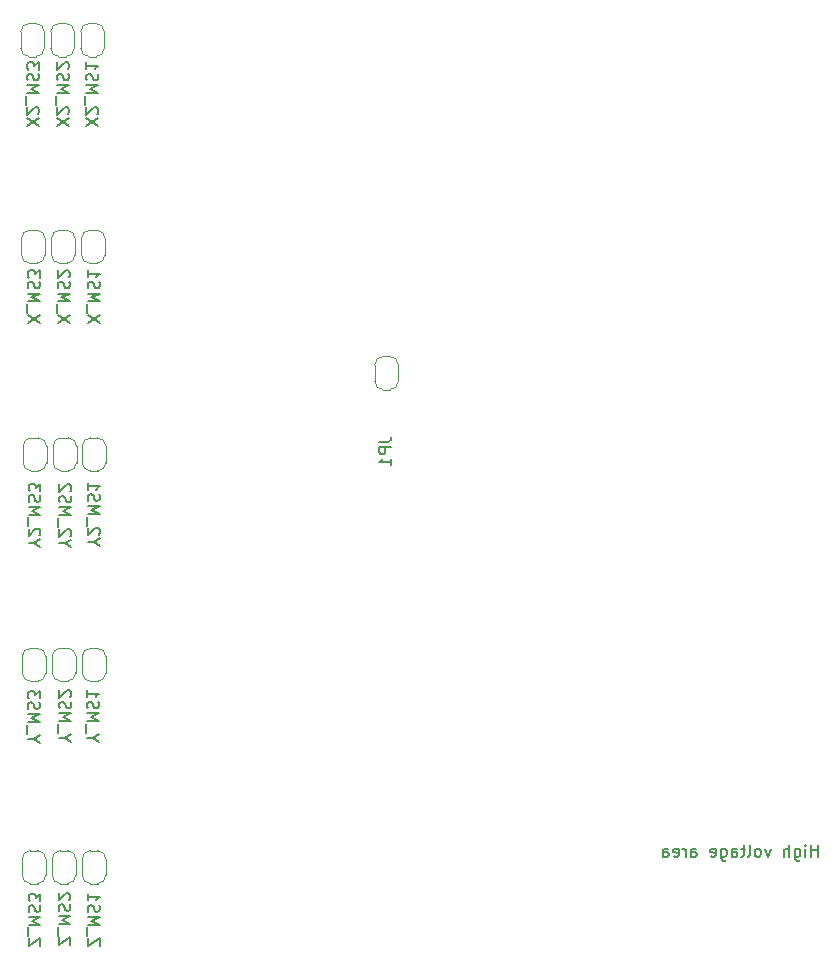
<source format=gbr>
G04 #@! TF.GenerationSoftware,KiCad,Pcbnew,(5.1.5)-3*
G04 #@! TF.CreationDate,2020-01-26T10:54:33+01:00*
G04 #@! TF.ProjectId,ESP32-cnc,45535033-322d-4636-9e63-2e6b69636164,rev?*
G04 #@! TF.SameCoordinates,Original*
G04 #@! TF.FileFunction,Legend,Bot*
G04 #@! TF.FilePolarity,Positive*
%FSLAX46Y46*%
G04 Gerber Fmt 4.6, Leading zero omitted, Abs format (unit mm)*
G04 Created by KiCad (PCBNEW (5.1.5)-3) date 2020-01-26 10:54:33*
%MOMM*%
%LPD*%
G04 APERTURE LIST*
%ADD10C,0.150000*%
%ADD11C,0.120000*%
G04 APERTURE END LIST*
D10*
X102559619Y-115768380D02*
X102559619Y-114768380D01*
X102559619Y-115244571D02*
X101988190Y-115244571D01*
X101988190Y-115768380D02*
X101988190Y-114768380D01*
X101512000Y-115768380D02*
X101512000Y-115101714D01*
X101512000Y-114768380D02*
X101559619Y-114816000D01*
X101512000Y-114863619D01*
X101464380Y-114816000D01*
X101512000Y-114768380D01*
X101512000Y-114863619D01*
X100607238Y-115101714D02*
X100607238Y-115911238D01*
X100654857Y-116006476D01*
X100702476Y-116054095D01*
X100797714Y-116101714D01*
X100940571Y-116101714D01*
X101035809Y-116054095D01*
X100607238Y-115720761D02*
X100702476Y-115768380D01*
X100892952Y-115768380D01*
X100988190Y-115720761D01*
X101035809Y-115673142D01*
X101083428Y-115577904D01*
X101083428Y-115292190D01*
X101035809Y-115196952D01*
X100988190Y-115149333D01*
X100892952Y-115101714D01*
X100702476Y-115101714D01*
X100607238Y-115149333D01*
X100131047Y-115768380D02*
X100131047Y-114768380D01*
X99702476Y-115768380D02*
X99702476Y-115244571D01*
X99750095Y-115149333D01*
X99845333Y-115101714D01*
X99988190Y-115101714D01*
X100083428Y-115149333D01*
X100131047Y-115196952D01*
X98559619Y-115101714D02*
X98321523Y-115768380D01*
X98083428Y-115101714D01*
X97559619Y-115768380D02*
X97654857Y-115720761D01*
X97702476Y-115673142D01*
X97750095Y-115577904D01*
X97750095Y-115292190D01*
X97702476Y-115196952D01*
X97654857Y-115149333D01*
X97559619Y-115101714D01*
X97416761Y-115101714D01*
X97321523Y-115149333D01*
X97273904Y-115196952D01*
X97226285Y-115292190D01*
X97226285Y-115577904D01*
X97273904Y-115673142D01*
X97321523Y-115720761D01*
X97416761Y-115768380D01*
X97559619Y-115768380D01*
X96654857Y-115768380D02*
X96750095Y-115720761D01*
X96797714Y-115625523D01*
X96797714Y-114768380D01*
X96416761Y-115101714D02*
X96035809Y-115101714D01*
X96273904Y-114768380D02*
X96273904Y-115625523D01*
X96226285Y-115720761D01*
X96131047Y-115768380D01*
X96035809Y-115768380D01*
X95273904Y-115768380D02*
X95273904Y-115244571D01*
X95321523Y-115149333D01*
X95416761Y-115101714D01*
X95607238Y-115101714D01*
X95702476Y-115149333D01*
X95273904Y-115720761D02*
X95369142Y-115768380D01*
X95607238Y-115768380D01*
X95702476Y-115720761D01*
X95750095Y-115625523D01*
X95750095Y-115530285D01*
X95702476Y-115435047D01*
X95607238Y-115387428D01*
X95369142Y-115387428D01*
X95273904Y-115339809D01*
X94369142Y-115101714D02*
X94369142Y-115911238D01*
X94416761Y-116006476D01*
X94464380Y-116054095D01*
X94559619Y-116101714D01*
X94702476Y-116101714D01*
X94797714Y-116054095D01*
X94369142Y-115720761D02*
X94464380Y-115768380D01*
X94654857Y-115768380D01*
X94750095Y-115720761D01*
X94797714Y-115673142D01*
X94845333Y-115577904D01*
X94845333Y-115292190D01*
X94797714Y-115196952D01*
X94750095Y-115149333D01*
X94654857Y-115101714D01*
X94464380Y-115101714D01*
X94369142Y-115149333D01*
X93512000Y-115720761D02*
X93607238Y-115768380D01*
X93797714Y-115768380D01*
X93892952Y-115720761D01*
X93940571Y-115625523D01*
X93940571Y-115244571D01*
X93892952Y-115149333D01*
X93797714Y-115101714D01*
X93607238Y-115101714D01*
X93512000Y-115149333D01*
X93464380Y-115244571D01*
X93464380Y-115339809D01*
X93940571Y-115435047D01*
X91845333Y-115768380D02*
X91845333Y-115244571D01*
X91892952Y-115149333D01*
X91988190Y-115101714D01*
X92178666Y-115101714D01*
X92273904Y-115149333D01*
X91845333Y-115720761D02*
X91940571Y-115768380D01*
X92178666Y-115768380D01*
X92273904Y-115720761D01*
X92321523Y-115625523D01*
X92321523Y-115530285D01*
X92273904Y-115435047D01*
X92178666Y-115387428D01*
X91940571Y-115387428D01*
X91845333Y-115339809D01*
X91369142Y-115768380D02*
X91369142Y-115101714D01*
X91369142Y-115292190D02*
X91321523Y-115196952D01*
X91273904Y-115149333D01*
X91178666Y-115101714D01*
X91083428Y-115101714D01*
X90369142Y-115720761D02*
X90464380Y-115768380D01*
X90654857Y-115768380D01*
X90750095Y-115720761D01*
X90797714Y-115625523D01*
X90797714Y-115244571D01*
X90750095Y-115149333D01*
X90654857Y-115101714D01*
X90464380Y-115101714D01*
X90369142Y-115149333D01*
X90321523Y-115244571D01*
X90321523Y-115339809D01*
X90797714Y-115435047D01*
X89464380Y-115768380D02*
X89464380Y-115244571D01*
X89512000Y-115149333D01*
X89607238Y-115101714D01*
X89797714Y-115101714D01*
X89892952Y-115149333D01*
X89464380Y-115720761D02*
X89559619Y-115768380D01*
X89797714Y-115768380D01*
X89892952Y-115720761D01*
X89940571Y-115625523D01*
X89940571Y-115530285D01*
X89892952Y-115435047D01*
X89797714Y-115387428D01*
X89559619Y-115387428D01*
X89464380Y-115339809D01*
D11*
X37195000Y-117349500D02*
X37195000Y-115949500D01*
X36495000Y-115249500D02*
X35895000Y-115249500D01*
X35195000Y-115949500D02*
X35195000Y-117349500D01*
X35895000Y-118049500D02*
X36495000Y-118049500D01*
X36495000Y-118049500D02*
G75*
G03X37195000Y-117349500I0J700000D01*
G01*
X35195000Y-117349500D02*
G75*
G03X35895000Y-118049500I700000J0D01*
G01*
X35895000Y-115249500D02*
G75*
G03X35195000Y-115949500I0J-700000D01*
G01*
X37195000Y-115949500D02*
G75*
G03X36495000Y-115249500I-700000J0D01*
G01*
X39735000Y-117349500D02*
X39735000Y-115949500D01*
X39035000Y-115249500D02*
X38435000Y-115249500D01*
X37735000Y-115949500D02*
X37735000Y-117349500D01*
X38435000Y-118049500D02*
X39035000Y-118049500D01*
X39035000Y-118049500D02*
G75*
G03X39735000Y-117349500I0J700000D01*
G01*
X37735000Y-117349500D02*
G75*
G03X38435000Y-118049500I700000J0D01*
G01*
X38435000Y-115249500D02*
G75*
G03X37735000Y-115949500I0J-700000D01*
G01*
X39735000Y-115949500D02*
G75*
G03X39035000Y-115249500I-700000J0D01*
G01*
X42275000Y-117349500D02*
X42275000Y-115949500D01*
X41575000Y-115249500D02*
X40975000Y-115249500D01*
X40275000Y-115949500D02*
X40275000Y-117349500D01*
X40975000Y-118049500D02*
X41575000Y-118049500D01*
X41575000Y-118049500D02*
G75*
G03X42275000Y-117349500I0J700000D01*
G01*
X40275000Y-117349500D02*
G75*
G03X40975000Y-118049500I700000J0D01*
G01*
X40975000Y-115249500D02*
G75*
G03X40275000Y-115949500I0J-700000D01*
G01*
X42275000Y-115949500D02*
G75*
G03X41575000Y-115249500I-700000J0D01*
G01*
X37195000Y-100219500D02*
X37195000Y-98819500D01*
X36495000Y-98119500D02*
X35895000Y-98119500D01*
X35195000Y-98819500D02*
X35195000Y-100219500D01*
X35895000Y-100919500D02*
X36495000Y-100919500D01*
X36495000Y-100919500D02*
G75*
G03X37195000Y-100219500I0J700000D01*
G01*
X35195000Y-100219500D02*
G75*
G03X35895000Y-100919500I700000J0D01*
G01*
X35895000Y-98119500D02*
G75*
G03X35195000Y-98819500I0J-700000D01*
G01*
X37195000Y-98819500D02*
G75*
G03X36495000Y-98119500I-700000J0D01*
G01*
X39735000Y-100204500D02*
X39735000Y-98804500D01*
X39035000Y-98104500D02*
X38435000Y-98104500D01*
X37735000Y-98804500D02*
X37735000Y-100204500D01*
X38435000Y-100904500D02*
X39035000Y-100904500D01*
X39035000Y-100904500D02*
G75*
G03X39735000Y-100204500I0J700000D01*
G01*
X37735000Y-100204500D02*
G75*
G03X38435000Y-100904500I700000J0D01*
G01*
X38435000Y-98104500D02*
G75*
G03X37735000Y-98804500I0J-700000D01*
G01*
X39735000Y-98804500D02*
G75*
G03X39035000Y-98104500I-700000J0D01*
G01*
X42275000Y-100219500D02*
X42275000Y-98819500D01*
X41575000Y-98119500D02*
X40975000Y-98119500D01*
X40275000Y-98819500D02*
X40275000Y-100219500D01*
X40975000Y-100919500D02*
X41575000Y-100919500D01*
X41575000Y-100919500D02*
G75*
G03X42275000Y-100219500I0J700000D01*
G01*
X40275000Y-100219500D02*
G75*
G03X40975000Y-100919500I700000J0D01*
G01*
X40975000Y-98119500D02*
G75*
G03X40275000Y-98819500I0J-700000D01*
G01*
X42275000Y-98819500D02*
G75*
G03X41575000Y-98119500I-700000J0D01*
G01*
X37258500Y-82409500D02*
X37258500Y-81009500D01*
X36558500Y-80309500D02*
X35958500Y-80309500D01*
X35258500Y-81009500D02*
X35258500Y-82409500D01*
X35958500Y-83109500D02*
X36558500Y-83109500D01*
X36558500Y-83109500D02*
G75*
G03X37258500Y-82409500I0J700000D01*
G01*
X35258500Y-82409500D02*
G75*
G03X35958500Y-83109500I700000J0D01*
G01*
X35958500Y-80309500D02*
G75*
G03X35258500Y-81009500I0J-700000D01*
G01*
X37258500Y-81009500D02*
G75*
G03X36558500Y-80309500I-700000J0D01*
G01*
X39798500Y-82409500D02*
X39798500Y-81009500D01*
X39098500Y-80309500D02*
X38498500Y-80309500D01*
X37798500Y-81009500D02*
X37798500Y-82409500D01*
X38498500Y-83109500D02*
X39098500Y-83109500D01*
X39098500Y-83109500D02*
G75*
G03X39798500Y-82409500I0J700000D01*
G01*
X37798500Y-82409500D02*
G75*
G03X38498500Y-83109500I700000J0D01*
G01*
X38498500Y-80309500D02*
G75*
G03X37798500Y-81009500I0J-700000D01*
G01*
X39798500Y-81009500D02*
G75*
G03X39098500Y-80309500I-700000J0D01*
G01*
X42275000Y-82409500D02*
X42275000Y-81009500D01*
X41575000Y-80309500D02*
X40975000Y-80309500D01*
X40275000Y-81009500D02*
X40275000Y-82409500D01*
X40975000Y-83109500D02*
X41575000Y-83109500D01*
X41575000Y-83109500D02*
G75*
G03X42275000Y-82409500I0J700000D01*
G01*
X40275000Y-82409500D02*
G75*
G03X40975000Y-83109500I700000J0D01*
G01*
X40975000Y-80309500D02*
G75*
G03X40275000Y-81009500I0J-700000D01*
G01*
X42275000Y-81009500D02*
G75*
G03X41575000Y-80309500I-700000J0D01*
G01*
X37131500Y-64820000D02*
X37131500Y-63420000D01*
X36431500Y-62720000D02*
X35831500Y-62720000D01*
X35131500Y-63420000D02*
X35131500Y-64820000D01*
X35831500Y-65520000D02*
X36431500Y-65520000D01*
X36431500Y-65520000D02*
G75*
G03X37131500Y-64820000I0J700000D01*
G01*
X35131500Y-64820000D02*
G75*
G03X35831500Y-65520000I700000J0D01*
G01*
X35831500Y-62720000D02*
G75*
G03X35131500Y-63420000I0J-700000D01*
G01*
X37131500Y-63420000D02*
G75*
G03X36431500Y-62720000I-700000J0D01*
G01*
X39671500Y-64820000D02*
X39671500Y-63420000D01*
X38971500Y-62720000D02*
X38371500Y-62720000D01*
X37671500Y-63420000D02*
X37671500Y-64820000D01*
X38371500Y-65520000D02*
X38971500Y-65520000D01*
X38971500Y-65520000D02*
G75*
G03X39671500Y-64820000I0J700000D01*
G01*
X37671500Y-64820000D02*
G75*
G03X38371500Y-65520000I700000J0D01*
G01*
X38371500Y-62720000D02*
G75*
G03X37671500Y-63420000I0J-700000D01*
G01*
X39671500Y-63420000D02*
G75*
G03X38971500Y-62720000I-700000J0D01*
G01*
X42211500Y-64820000D02*
X42211500Y-63420000D01*
X41511500Y-62720000D02*
X40911500Y-62720000D01*
X40211500Y-63420000D02*
X40211500Y-64820000D01*
X40911500Y-65520000D02*
X41511500Y-65520000D01*
X41511500Y-65520000D02*
G75*
G03X42211500Y-64820000I0J700000D01*
G01*
X40211500Y-64820000D02*
G75*
G03X40911500Y-65520000I700000J0D01*
G01*
X40911500Y-62720000D02*
G75*
G03X40211500Y-63420000I0J-700000D01*
G01*
X42211500Y-63420000D02*
G75*
G03X41511500Y-62720000I-700000J0D01*
G01*
X67040000Y-75518000D02*
X67040000Y-74118000D01*
X66340000Y-73418000D02*
X65740000Y-73418000D01*
X65040000Y-74118000D02*
X65040000Y-75518000D01*
X65740000Y-76218000D02*
X66340000Y-76218000D01*
X66340000Y-76218000D02*
G75*
G03X67040000Y-75518000I0J700000D01*
G01*
X65040000Y-75518000D02*
G75*
G03X65740000Y-76218000I700000J0D01*
G01*
X65740000Y-73418000D02*
G75*
G03X65040000Y-74118000I0J-700000D01*
G01*
X67040000Y-74118000D02*
G75*
G03X66340000Y-73418000I-700000J0D01*
G01*
X37068000Y-47324000D02*
X37068000Y-45924000D01*
X36368000Y-45224000D02*
X35768000Y-45224000D01*
X35068000Y-45924000D02*
X35068000Y-47324000D01*
X35768000Y-48024000D02*
X36368000Y-48024000D01*
X36368000Y-48024000D02*
G75*
G03X37068000Y-47324000I0J700000D01*
G01*
X35068000Y-47324000D02*
G75*
G03X35768000Y-48024000I700000J0D01*
G01*
X35768000Y-45224000D02*
G75*
G03X35068000Y-45924000I0J-700000D01*
G01*
X37068000Y-45924000D02*
G75*
G03X36368000Y-45224000I-700000J0D01*
G01*
X39608000Y-47324000D02*
X39608000Y-45924000D01*
X38908000Y-45224000D02*
X38308000Y-45224000D01*
X37608000Y-45924000D02*
X37608000Y-47324000D01*
X38308000Y-48024000D02*
X38908000Y-48024000D01*
X38908000Y-48024000D02*
G75*
G03X39608000Y-47324000I0J700000D01*
G01*
X37608000Y-47324000D02*
G75*
G03X38308000Y-48024000I700000J0D01*
G01*
X38308000Y-45224000D02*
G75*
G03X37608000Y-45924000I0J-700000D01*
G01*
X39608000Y-45924000D02*
G75*
G03X38908000Y-45224000I-700000J0D01*
G01*
X42148000Y-47324000D02*
X42148000Y-45924000D01*
X41448000Y-45224000D02*
X40848000Y-45224000D01*
X40148000Y-45924000D02*
X40148000Y-47324000D01*
X40848000Y-48024000D02*
X41448000Y-48024000D01*
X41448000Y-48024000D02*
G75*
G03X42148000Y-47324000I0J700000D01*
G01*
X40148000Y-47324000D02*
G75*
G03X40848000Y-48024000I700000J0D01*
G01*
X40848000Y-45224000D02*
G75*
G03X40148000Y-45924000I0J-700000D01*
G01*
X42148000Y-45924000D02*
G75*
G03X41448000Y-45224000I-700000J0D01*
G01*
D10*
X36742619Y-123332595D02*
X36742619Y-122665928D01*
X35742619Y-123332595D01*
X35742619Y-122665928D01*
X35647380Y-122523071D02*
X35647380Y-121761166D01*
X35742619Y-121523071D02*
X36742619Y-121523071D01*
X36028333Y-121189738D01*
X36742619Y-120856404D01*
X35742619Y-120856404D01*
X35790238Y-120427833D02*
X35742619Y-120284976D01*
X35742619Y-120046880D01*
X35790238Y-119951642D01*
X35837857Y-119904023D01*
X35933095Y-119856404D01*
X36028333Y-119856404D01*
X36123571Y-119904023D01*
X36171190Y-119951642D01*
X36218809Y-120046880D01*
X36266428Y-120237357D01*
X36314047Y-120332595D01*
X36361666Y-120380214D01*
X36456904Y-120427833D01*
X36552142Y-120427833D01*
X36647380Y-120380214D01*
X36695000Y-120332595D01*
X36742619Y-120237357D01*
X36742619Y-119999261D01*
X36695000Y-119856404D01*
X36742619Y-119523071D02*
X36742619Y-118904023D01*
X36361666Y-119237357D01*
X36361666Y-119094500D01*
X36314047Y-118999261D01*
X36266428Y-118951642D01*
X36171190Y-118904023D01*
X35933095Y-118904023D01*
X35837857Y-118951642D01*
X35790238Y-118999261D01*
X35742619Y-119094500D01*
X35742619Y-119380214D01*
X35790238Y-119475452D01*
X35837857Y-119523071D01*
X39282619Y-123269095D02*
X39282619Y-122602428D01*
X38282619Y-123269095D01*
X38282619Y-122602428D01*
X38187380Y-122459571D02*
X38187380Y-121697666D01*
X38282619Y-121459571D02*
X39282619Y-121459571D01*
X38568333Y-121126238D01*
X39282619Y-120792904D01*
X38282619Y-120792904D01*
X38330238Y-120364333D02*
X38282619Y-120221476D01*
X38282619Y-119983380D01*
X38330238Y-119888142D01*
X38377857Y-119840523D01*
X38473095Y-119792904D01*
X38568333Y-119792904D01*
X38663571Y-119840523D01*
X38711190Y-119888142D01*
X38758809Y-119983380D01*
X38806428Y-120173857D01*
X38854047Y-120269095D01*
X38901666Y-120316714D01*
X38996904Y-120364333D01*
X39092142Y-120364333D01*
X39187380Y-120316714D01*
X39235000Y-120269095D01*
X39282619Y-120173857D01*
X39282619Y-119935761D01*
X39235000Y-119792904D01*
X39187380Y-119411952D02*
X39235000Y-119364333D01*
X39282619Y-119269095D01*
X39282619Y-119031000D01*
X39235000Y-118935761D01*
X39187380Y-118888142D01*
X39092142Y-118840523D01*
X38996904Y-118840523D01*
X38854047Y-118888142D01*
X38282619Y-119459571D01*
X38282619Y-118840523D01*
X41759119Y-123332595D02*
X41759119Y-122665928D01*
X40759119Y-123332595D01*
X40759119Y-122665928D01*
X40663880Y-122523071D02*
X40663880Y-121761166D01*
X40759119Y-121523071D02*
X41759119Y-121523071D01*
X41044833Y-121189738D01*
X41759119Y-120856404D01*
X40759119Y-120856404D01*
X40806738Y-120427833D02*
X40759119Y-120284976D01*
X40759119Y-120046880D01*
X40806738Y-119951642D01*
X40854357Y-119904023D01*
X40949595Y-119856404D01*
X41044833Y-119856404D01*
X41140071Y-119904023D01*
X41187690Y-119951642D01*
X41235309Y-120046880D01*
X41282928Y-120237357D01*
X41330547Y-120332595D01*
X41378166Y-120380214D01*
X41473404Y-120427833D01*
X41568642Y-120427833D01*
X41663880Y-120380214D01*
X41711500Y-120332595D01*
X41759119Y-120237357D01*
X41759119Y-119999261D01*
X41711500Y-119856404D01*
X40759119Y-118904023D02*
X40759119Y-119475452D01*
X40759119Y-119189738D02*
X41759119Y-119189738D01*
X41616261Y-119284976D01*
X41521023Y-119380214D01*
X41473404Y-119475452D01*
X36155309Y-105790761D02*
X35679119Y-105790761D01*
X36679119Y-106124095D02*
X36155309Y-105790761D01*
X36679119Y-105457428D01*
X35583880Y-105362190D02*
X35583880Y-104600285D01*
X35679119Y-104362190D02*
X36679119Y-104362190D01*
X35964833Y-104028857D01*
X36679119Y-103695523D01*
X35679119Y-103695523D01*
X35726738Y-103266952D02*
X35679119Y-103124095D01*
X35679119Y-102886000D01*
X35726738Y-102790761D01*
X35774357Y-102743142D01*
X35869595Y-102695523D01*
X35964833Y-102695523D01*
X36060071Y-102743142D01*
X36107690Y-102790761D01*
X36155309Y-102886000D01*
X36202928Y-103076476D01*
X36250547Y-103171714D01*
X36298166Y-103219333D01*
X36393404Y-103266952D01*
X36488642Y-103266952D01*
X36583880Y-103219333D01*
X36631500Y-103171714D01*
X36679119Y-103076476D01*
X36679119Y-102838380D01*
X36631500Y-102695523D01*
X36679119Y-102362190D02*
X36679119Y-101743142D01*
X36298166Y-102076476D01*
X36298166Y-101933619D01*
X36250547Y-101838380D01*
X36202928Y-101790761D01*
X36107690Y-101743142D01*
X35869595Y-101743142D01*
X35774357Y-101790761D01*
X35726738Y-101838380D01*
X35679119Y-101933619D01*
X35679119Y-102219333D01*
X35726738Y-102314571D01*
X35774357Y-102362190D01*
X38822309Y-105727261D02*
X38346119Y-105727261D01*
X39346119Y-106060595D02*
X38822309Y-105727261D01*
X39346119Y-105393928D01*
X38250880Y-105298690D02*
X38250880Y-104536785D01*
X38346119Y-104298690D02*
X39346119Y-104298690D01*
X38631833Y-103965357D01*
X39346119Y-103632023D01*
X38346119Y-103632023D01*
X38393738Y-103203452D02*
X38346119Y-103060595D01*
X38346119Y-102822500D01*
X38393738Y-102727261D01*
X38441357Y-102679642D01*
X38536595Y-102632023D01*
X38631833Y-102632023D01*
X38727071Y-102679642D01*
X38774690Y-102727261D01*
X38822309Y-102822500D01*
X38869928Y-103012976D01*
X38917547Y-103108214D01*
X38965166Y-103155833D01*
X39060404Y-103203452D01*
X39155642Y-103203452D01*
X39250880Y-103155833D01*
X39298500Y-103108214D01*
X39346119Y-103012976D01*
X39346119Y-102774880D01*
X39298500Y-102632023D01*
X39250880Y-102251071D02*
X39298500Y-102203452D01*
X39346119Y-102108214D01*
X39346119Y-101870119D01*
X39298500Y-101774880D01*
X39250880Y-101727261D01*
X39155642Y-101679642D01*
X39060404Y-101679642D01*
X38917547Y-101727261D01*
X38346119Y-102298690D01*
X38346119Y-101679642D01*
X41171809Y-105727261D02*
X40695619Y-105727261D01*
X41695619Y-106060595D02*
X41171809Y-105727261D01*
X41695619Y-105393928D01*
X40600380Y-105298690D02*
X40600380Y-104536785D01*
X40695619Y-104298690D02*
X41695619Y-104298690D01*
X40981333Y-103965357D01*
X41695619Y-103632023D01*
X40695619Y-103632023D01*
X40743238Y-103203452D02*
X40695619Y-103060595D01*
X40695619Y-102822500D01*
X40743238Y-102727261D01*
X40790857Y-102679642D01*
X40886095Y-102632023D01*
X40981333Y-102632023D01*
X41076571Y-102679642D01*
X41124190Y-102727261D01*
X41171809Y-102822500D01*
X41219428Y-103012976D01*
X41267047Y-103108214D01*
X41314666Y-103155833D01*
X41409904Y-103203452D01*
X41505142Y-103203452D01*
X41600380Y-103155833D01*
X41648000Y-103108214D01*
X41695619Y-103012976D01*
X41695619Y-102774880D01*
X41648000Y-102632023D01*
X40695619Y-101679642D02*
X40695619Y-102251071D01*
X40695619Y-101965357D02*
X41695619Y-101965357D01*
X41552761Y-102060595D01*
X41457523Y-102155833D01*
X41409904Y-102251071D01*
X36218809Y-89185452D02*
X35742619Y-89185452D01*
X36742619Y-89518785D02*
X36218809Y-89185452D01*
X36742619Y-88852119D01*
X36647380Y-88566404D02*
X36695000Y-88518785D01*
X36742619Y-88423547D01*
X36742619Y-88185452D01*
X36695000Y-88090214D01*
X36647380Y-88042595D01*
X36552142Y-87994976D01*
X36456904Y-87994976D01*
X36314047Y-88042595D01*
X35742619Y-88614023D01*
X35742619Y-87994976D01*
X35647380Y-87804500D02*
X35647380Y-87042595D01*
X35742619Y-86804500D02*
X36742619Y-86804500D01*
X36028333Y-86471166D01*
X36742619Y-86137833D01*
X35742619Y-86137833D01*
X35790238Y-85709261D02*
X35742619Y-85566404D01*
X35742619Y-85328309D01*
X35790238Y-85233071D01*
X35837857Y-85185452D01*
X35933095Y-85137833D01*
X36028333Y-85137833D01*
X36123571Y-85185452D01*
X36171190Y-85233071D01*
X36218809Y-85328309D01*
X36266428Y-85518785D01*
X36314047Y-85614023D01*
X36361666Y-85661642D01*
X36456904Y-85709261D01*
X36552142Y-85709261D01*
X36647380Y-85661642D01*
X36695000Y-85614023D01*
X36742619Y-85518785D01*
X36742619Y-85280690D01*
X36695000Y-85137833D01*
X36742619Y-84804500D02*
X36742619Y-84185452D01*
X36361666Y-84518785D01*
X36361666Y-84375928D01*
X36314047Y-84280690D01*
X36266428Y-84233071D01*
X36171190Y-84185452D01*
X35933095Y-84185452D01*
X35837857Y-84233071D01*
X35790238Y-84280690D01*
X35742619Y-84375928D01*
X35742619Y-84661642D01*
X35790238Y-84756880D01*
X35837857Y-84804500D01*
X38822309Y-89248952D02*
X38346119Y-89248952D01*
X39346119Y-89582285D02*
X38822309Y-89248952D01*
X39346119Y-88915619D01*
X39250880Y-88629904D02*
X39298500Y-88582285D01*
X39346119Y-88487047D01*
X39346119Y-88248952D01*
X39298500Y-88153714D01*
X39250880Y-88106095D01*
X39155642Y-88058476D01*
X39060404Y-88058476D01*
X38917547Y-88106095D01*
X38346119Y-88677523D01*
X38346119Y-88058476D01*
X38250880Y-87868000D02*
X38250880Y-87106095D01*
X38346119Y-86868000D02*
X39346119Y-86868000D01*
X38631833Y-86534666D01*
X39346119Y-86201333D01*
X38346119Y-86201333D01*
X38393738Y-85772761D02*
X38346119Y-85629904D01*
X38346119Y-85391809D01*
X38393738Y-85296571D01*
X38441357Y-85248952D01*
X38536595Y-85201333D01*
X38631833Y-85201333D01*
X38727071Y-85248952D01*
X38774690Y-85296571D01*
X38822309Y-85391809D01*
X38869928Y-85582285D01*
X38917547Y-85677523D01*
X38965166Y-85725142D01*
X39060404Y-85772761D01*
X39155642Y-85772761D01*
X39250880Y-85725142D01*
X39298500Y-85677523D01*
X39346119Y-85582285D01*
X39346119Y-85344190D01*
X39298500Y-85201333D01*
X39250880Y-84820380D02*
X39298500Y-84772761D01*
X39346119Y-84677523D01*
X39346119Y-84439428D01*
X39298500Y-84344190D01*
X39250880Y-84296571D01*
X39155642Y-84248952D01*
X39060404Y-84248952D01*
X38917547Y-84296571D01*
X38346119Y-84868000D01*
X38346119Y-84248952D01*
X41235309Y-89121952D02*
X40759119Y-89121952D01*
X41759119Y-89455285D02*
X41235309Y-89121952D01*
X41759119Y-88788619D01*
X41663880Y-88502904D02*
X41711500Y-88455285D01*
X41759119Y-88360047D01*
X41759119Y-88121952D01*
X41711500Y-88026714D01*
X41663880Y-87979095D01*
X41568642Y-87931476D01*
X41473404Y-87931476D01*
X41330547Y-87979095D01*
X40759119Y-88550523D01*
X40759119Y-87931476D01*
X40663880Y-87741000D02*
X40663880Y-86979095D01*
X40759119Y-86741000D02*
X41759119Y-86741000D01*
X41044833Y-86407666D01*
X41759119Y-86074333D01*
X40759119Y-86074333D01*
X40806738Y-85645761D02*
X40759119Y-85502904D01*
X40759119Y-85264809D01*
X40806738Y-85169571D01*
X40854357Y-85121952D01*
X40949595Y-85074333D01*
X41044833Y-85074333D01*
X41140071Y-85121952D01*
X41187690Y-85169571D01*
X41235309Y-85264809D01*
X41282928Y-85455285D01*
X41330547Y-85550523D01*
X41378166Y-85598142D01*
X41473404Y-85645761D01*
X41568642Y-85645761D01*
X41663880Y-85598142D01*
X41711500Y-85550523D01*
X41759119Y-85455285D01*
X41759119Y-85217190D01*
X41711500Y-85074333D01*
X40759119Y-84121952D02*
X40759119Y-84693380D01*
X40759119Y-84407666D02*
X41759119Y-84407666D01*
X41616261Y-84502904D01*
X41521023Y-84598142D01*
X41473404Y-84693380D01*
X36679119Y-70564095D02*
X35679119Y-69897428D01*
X36679119Y-69897428D02*
X35679119Y-70564095D01*
X35583880Y-69754571D02*
X35583880Y-68992666D01*
X35679119Y-68754571D02*
X36679119Y-68754571D01*
X35964833Y-68421238D01*
X36679119Y-68087904D01*
X35679119Y-68087904D01*
X35726738Y-67659333D02*
X35679119Y-67516476D01*
X35679119Y-67278380D01*
X35726738Y-67183142D01*
X35774357Y-67135523D01*
X35869595Y-67087904D01*
X35964833Y-67087904D01*
X36060071Y-67135523D01*
X36107690Y-67183142D01*
X36155309Y-67278380D01*
X36202928Y-67468857D01*
X36250547Y-67564095D01*
X36298166Y-67611714D01*
X36393404Y-67659333D01*
X36488642Y-67659333D01*
X36583880Y-67611714D01*
X36631500Y-67564095D01*
X36679119Y-67468857D01*
X36679119Y-67230761D01*
X36631500Y-67087904D01*
X36679119Y-66754571D02*
X36679119Y-66135523D01*
X36298166Y-66468857D01*
X36298166Y-66326000D01*
X36250547Y-66230761D01*
X36202928Y-66183142D01*
X36107690Y-66135523D01*
X35869595Y-66135523D01*
X35774357Y-66183142D01*
X35726738Y-66230761D01*
X35679119Y-66326000D01*
X35679119Y-66611714D01*
X35726738Y-66706952D01*
X35774357Y-66754571D01*
X39219119Y-70564095D02*
X38219119Y-69897428D01*
X39219119Y-69897428D02*
X38219119Y-70564095D01*
X38123880Y-69754571D02*
X38123880Y-68992666D01*
X38219119Y-68754571D02*
X39219119Y-68754571D01*
X38504833Y-68421238D01*
X39219119Y-68087904D01*
X38219119Y-68087904D01*
X38266738Y-67659333D02*
X38219119Y-67516476D01*
X38219119Y-67278380D01*
X38266738Y-67183142D01*
X38314357Y-67135523D01*
X38409595Y-67087904D01*
X38504833Y-67087904D01*
X38600071Y-67135523D01*
X38647690Y-67183142D01*
X38695309Y-67278380D01*
X38742928Y-67468857D01*
X38790547Y-67564095D01*
X38838166Y-67611714D01*
X38933404Y-67659333D01*
X39028642Y-67659333D01*
X39123880Y-67611714D01*
X39171500Y-67564095D01*
X39219119Y-67468857D01*
X39219119Y-67230761D01*
X39171500Y-67087904D01*
X39123880Y-66706952D02*
X39171500Y-66659333D01*
X39219119Y-66564095D01*
X39219119Y-66326000D01*
X39171500Y-66230761D01*
X39123880Y-66183142D01*
X39028642Y-66135523D01*
X38933404Y-66135523D01*
X38790547Y-66183142D01*
X38219119Y-66754571D01*
X38219119Y-66135523D01*
X41759119Y-70564095D02*
X40759119Y-69897428D01*
X41759119Y-69897428D02*
X40759119Y-70564095D01*
X40663880Y-69754571D02*
X40663880Y-68992666D01*
X40759119Y-68754571D02*
X41759119Y-68754571D01*
X41044833Y-68421238D01*
X41759119Y-68087904D01*
X40759119Y-68087904D01*
X40806738Y-67659333D02*
X40759119Y-67516476D01*
X40759119Y-67278380D01*
X40806738Y-67183142D01*
X40854357Y-67135523D01*
X40949595Y-67087904D01*
X41044833Y-67087904D01*
X41140071Y-67135523D01*
X41187690Y-67183142D01*
X41235309Y-67278380D01*
X41282928Y-67468857D01*
X41330547Y-67564095D01*
X41378166Y-67611714D01*
X41473404Y-67659333D01*
X41568642Y-67659333D01*
X41663880Y-67611714D01*
X41711500Y-67564095D01*
X41759119Y-67468857D01*
X41759119Y-67230761D01*
X41711500Y-67087904D01*
X40759119Y-66135523D02*
X40759119Y-66706952D01*
X40759119Y-66421238D02*
X41759119Y-66421238D01*
X41616261Y-66516476D01*
X41521023Y-66611714D01*
X41473404Y-66706952D01*
X65428880Y-80637166D02*
X66143166Y-80637166D01*
X66286023Y-80589547D01*
X66381261Y-80494309D01*
X66428880Y-80351452D01*
X66428880Y-80256214D01*
X66428880Y-81113357D02*
X65428880Y-81113357D01*
X65428880Y-81494309D01*
X65476500Y-81589547D01*
X65524119Y-81637166D01*
X65619357Y-81684785D01*
X65762214Y-81684785D01*
X65857452Y-81637166D01*
X65905071Y-81589547D01*
X65952690Y-81494309D01*
X65952690Y-81113357D01*
X66428880Y-82637166D02*
X66428880Y-82065738D01*
X66428880Y-82351452D02*
X65428880Y-82351452D01*
X65571738Y-82256214D01*
X65666976Y-82160976D01*
X65714595Y-82065738D01*
X36615619Y-53895285D02*
X35615619Y-53228619D01*
X36615619Y-53228619D02*
X35615619Y-53895285D01*
X36520380Y-52895285D02*
X36568000Y-52847666D01*
X36615619Y-52752428D01*
X36615619Y-52514333D01*
X36568000Y-52419095D01*
X36520380Y-52371476D01*
X36425142Y-52323857D01*
X36329904Y-52323857D01*
X36187047Y-52371476D01*
X35615619Y-52942904D01*
X35615619Y-52323857D01*
X35520380Y-52133380D02*
X35520380Y-51371476D01*
X35615619Y-51133380D02*
X36615619Y-51133380D01*
X35901333Y-50800047D01*
X36615619Y-50466714D01*
X35615619Y-50466714D01*
X35663238Y-50038142D02*
X35615619Y-49895285D01*
X35615619Y-49657190D01*
X35663238Y-49561952D01*
X35710857Y-49514333D01*
X35806095Y-49466714D01*
X35901333Y-49466714D01*
X35996571Y-49514333D01*
X36044190Y-49561952D01*
X36091809Y-49657190D01*
X36139428Y-49847666D01*
X36187047Y-49942904D01*
X36234666Y-49990523D01*
X36329904Y-50038142D01*
X36425142Y-50038142D01*
X36520380Y-49990523D01*
X36568000Y-49942904D01*
X36615619Y-49847666D01*
X36615619Y-49609571D01*
X36568000Y-49466714D01*
X36615619Y-49133380D02*
X36615619Y-48514333D01*
X36234666Y-48847666D01*
X36234666Y-48704809D01*
X36187047Y-48609571D01*
X36139428Y-48561952D01*
X36044190Y-48514333D01*
X35806095Y-48514333D01*
X35710857Y-48561952D01*
X35663238Y-48609571D01*
X35615619Y-48704809D01*
X35615619Y-48990523D01*
X35663238Y-49085761D01*
X35710857Y-49133380D01*
X39155619Y-53895285D02*
X38155619Y-53228619D01*
X39155619Y-53228619D02*
X38155619Y-53895285D01*
X39060380Y-52895285D02*
X39108000Y-52847666D01*
X39155619Y-52752428D01*
X39155619Y-52514333D01*
X39108000Y-52419095D01*
X39060380Y-52371476D01*
X38965142Y-52323857D01*
X38869904Y-52323857D01*
X38727047Y-52371476D01*
X38155619Y-52942904D01*
X38155619Y-52323857D01*
X38060380Y-52133380D02*
X38060380Y-51371476D01*
X38155619Y-51133380D02*
X39155619Y-51133380D01*
X38441333Y-50800047D01*
X39155619Y-50466714D01*
X38155619Y-50466714D01*
X38203238Y-50038142D02*
X38155619Y-49895285D01*
X38155619Y-49657190D01*
X38203238Y-49561952D01*
X38250857Y-49514333D01*
X38346095Y-49466714D01*
X38441333Y-49466714D01*
X38536571Y-49514333D01*
X38584190Y-49561952D01*
X38631809Y-49657190D01*
X38679428Y-49847666D01*
X38727047Y-49942904D01*
X38774666Y-49990523D01*
X38869904Y-50038142D01*
X38965142Y-50038142D01*
X39060380Y-49990523D01*
X39108000Y-49942904D01*
X39155619Y-49847666D01*
X39155619Y-49609571D01*
X39108000Y-49466714D01*
X39060380Y-49085761D02*
X39108000Y-49038142D01*
X39155619Y-48942904D01*
X39155619Y-48704809D01*
X39108000Y-48609571D01*
X39060380Y-48561952D01*
X38965142Y-48514333D01*
X38869904Y-48514333D01*
X38727047Y-48561952D01*
X38155619Y-49133380D01*
X38155619Y-48514333D01*
X41632119Y-53895285D02*
X40632119Y-53228619D01*
X41632119Y-53228619D02*
X40632119Y-53895285D01*
X41536880Y-52895285D02*
X41584500Y-52847666D01*
X41632119Y-52752428D01*
X41632119Y-52514333D01*
X41584500Y-52419095D01*
X41536880Y-52371476D01*
X41441642Y-52323857D01*
X41346404Y-52323857D01*
X41203547Y-52371476D01*
X40632119Y-52942904D01*
X40632119Y-52323857D01*
X40536880Y-52133380D02*
X40536880Y-51371476D01*
X40632119Y-51133380D02*
X41632119Y-51133380D01*
X40917833Y-50800047D01*
X41632119Y-50466714D01*
X40632119Y-50466714D01*
X40679738Y-50038142D02*
X40632119Y-49895285D01*
X40632119Y-49657190D01*
X40679738Y-49561952D01*
X40727357Y-49514333D01*
X40822595Y-49466714D01*
X40917833Y-49466714D01*
X41013071Y-49514333D01*
X41060690Y-49561952D01*
X41108309Y-49657190D01*
X41155928Y-49847666D01*
X41203547Y-49942904D01*
X41251166Y-49990523D01*
X41346404Y-50038142D01*
X41441642Y-50038142D01*
X41536880Y-49990523D01*
X41584500Y-49942904D01*
X41632119Y-49847666D01*
X41632119Y-49609571D01*
X41584500Y-49466714D01*
X40632119Y-48514333D02*
X40632119Y-49085761D01*
X40632119Y-48800047D02*
X41632119Y-48800047D01*
X41489261Y-48895285D01*
X41394023Y-48990523D01*
X41346404Y-49085761D01*
M02*

</source>
